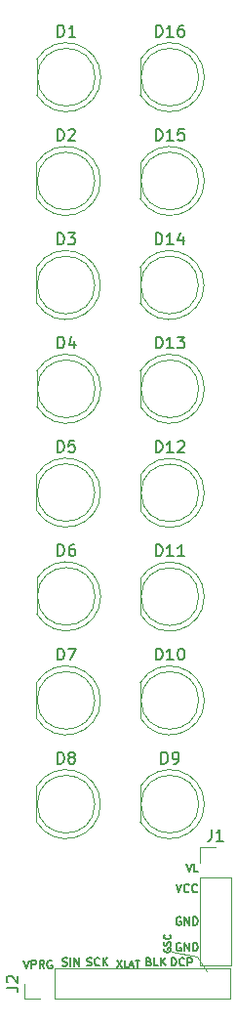
<source format=gto>
G04 #@! TF.GenerationSoftware,KiCad,Pcbnew,(5.1.6-0-10_14)*
G04 #@! TF.CreationDate,2020-06-29T16:32:02+02:00*
G04 #@! TF.ProjectId,excitation-pcb,65786369-7461-4746-996f-6e2d7063622e,rev?*
G04 #@! TF.SameCoordinates,Original*
G04 #@! TF.FileFunction,Legend,Top*
G04 #@! TF.FilePolarity,Positive*
%FSLAX46Y46*%
G04 Gerber Fmt 4.6, Leading zero omitted, Abs format (unit mm)*
G04 Created by KiCad (PCBNEW (5.1.6-0-10_14)) date 2020-06-29 16:32:02*
%MOMM*%
%LPD*%
G01*
G04 APERTURE LIST*
%ADD10C,0.120000*%
%ADD11C,0.175000*%
%ADD12C,0.150000*%
G04 APERTURE END LIST*
D10*
X98171000Y-142582900D02*
X98996500Y-143840200D01*
X95923100Y-142189200D02*
X98171000Y-142582900D01*
D11*
X83095466Y-142923466D02*
X83328800Y-143623466D01*
X83562133Y-142923466D01*
X83795466Y-143623466D02*
X83795466Y-142923466D01*
X84062133Y-142923466D01*
X84128800Y-142956800D01*
X84162133Y-142990133D01*
X84195466Y-143056800D01*
X84195466Y-143156800D01*
X84162133Y-143223466D01*
X84128800Y-143256800D01*
X84062133Y-143290133D01*
X83795466Y-143290133D01*
X84895466Y-143623466D02*
X84662133Y-143290133D01*
X84495466Y-143623466D02*
X84495466Y-142923466D01*
X84762133Y-142923466D01*
X84828800Y-142956800D01*
X84862133Y-142990133D01*
X84895466Y-143056800D01*
X84895466Y-143156800D01*
X84862133Y-143223466D01*
X84828800Y-143256800D01*
X84762133Y-143290133D01*
X84495466Y-143290133D01*
X85562133Y-142956800D02*
X85495466Y-142923466D01*
X85395466Y-142923466D01*
X85295466Y-142956800D01*
X85228800Y-143023466D01*
X85195466Y-143090133D01*
X85162133Y-143223466D01*
X85162133Y-143323466D01*
X85195466Y-143456800D01*
X85228800Y-143523466D01*
X85295466Y-143590133D01*
X85395466Y-143623466D01*
X85462133Y-143623466D01*
X85562133Y-143590133D01*
X85595466Y-143556800D01*
X85595466Y-143323466D01*
X85462133Y-143323466D01*
X86490266Y-143374233D02*
X86590266Y-143407566D01*
X86756933Y-143407566D01*
X86823600Y-143374233D01*
X86856933Y-143340900D01*
X86890266Y-143274233D01*
X86890266Y-143207566D01*
X86856933Y-143140900D01*
X86823600Y-143107566D01*
X86756933Y-143074233D01*
X86623600Y-143040900D01*
X86556933Y-143007566D01*
X86523600Y-142974233D01*
X86490266Y-142907566D01*
X86490266Y-142840900D01*
X86523600Y-142774233D01*
X86556933Y-142740900D01*
X86623600Y-142707566D01*
X86790266Y-142707566D01*
X86890266Y-142740900D01*
X87190266Y-143407566D02*
X87190266Y-142707566D01*
X87523600Y-143407566D02*
X87523600Y-142707566D01*
X87923600Y-143407566D01*
X87923600Y-142707566D01*
X88596900Y-143361533D02*
X88696900Y-143394866D01*
X88863566Y-143394866D01*
X88930233Y-143361533D01*
X88963566Y-143328200D01*
X88996900Y-143261533D01*
X88996900Y-143194866D01*
X88963566Y-143128200D01*
X88930233Y-143094866D01*
X88863566Y-143061533D01*
X88730233Y-143028200D01*
X88663566Y-142994866D01*
X88630233Y-142961533D01*
X88596900Y-142894866D01*
X88596900Y-142828200D01*
X88630233Y-142761533D01*
X88663566Y-142728200D01*
X88730233Y-142694866D01*
X88896900Y-142694866D01*
X88996900Y-142728200D01*
X89696900Y-143328200D02*
X89663566Y-143361533D01*
X89563566Y-143394866D01*
X89496900Y-143394866D01*
X89396900Y-143361533D01*
X89330233Y-143294866D01*
X89296900Y-143228200D01*
X89263566Y-143094866D01*
X89263566Y-142994866D01*
X89296900Y-142861533D01*
X89330233Y-142794866D01*
X89396900Y-142728200D01*
X89496900Y-142694866D01*
X89563566Y-142694866D01*
X89663566Y-142728200D01*
X89696900Y-142761533D01*
X89996900Y-143394866D02*
X89996900Y-142694866D01*
X90396900Y-143394866D02*
X90096900Y-142994866D01*
X90396900Y-142694866D02*
X89996900Y-143094866D01*
D12*
X91248028Y-142902028D02*
X91648028Y-143502028D01*
X91648028Y-142902028D02*
X91248028Y-143502028D01*
X92162314Y-143502028D02*
X91876600Y-143502028D01*
X91876600Y-142902028D01*
X92333742Y-143330600D02*
X92619457Y-143330600D01*
X92276600Y-143502028D02*
X92476600Y-142902028D01*
X92676600Y-143502028D01*
X92790885Y-142902028D02*
X93133742Y-142902028D01*
X92962314Y-143502028D02*
X92962314Y-142902028D01*
D11*
X93980866Y-143028200D02*
X94080866Y-143061533D01*
X94114200Y-143094866D01*
X94147533Y-143161533D01*
X94147533Y-143261533D01*
X94114200Y-143328200D01*
X94080866Y-143361533D01*
X94014200Y-143394866D01*
X93747533Y-143394866D01*
X93747533Y-142694866D01*
X93980866Y-142694866D01*
X94047533Y-142728200D01*
X94080866Y-142761533D01*
X94114200Y-142828200D01*
X94114200Y-142894866D01*
X94080866Y-142961533D01*
X94047533Y-142994866D01*
X93980866Y-143028200D01*
X93747533Y-143028200D01*
X94780866Y-143394866D02*
X94447533Y-143394866D01*
X94447533Y-142694866D01*
X95014200Y-143394866D02*
X95014200Y-142694866D01*
X95414200Y-143394866D02*
X95114200Y-142994866D01*
X95414200Y-142694866D02*
X95014200Y-143094866D01*
X95954166Y-143394866D02*
X95954166Y-142694866D01*
X96120833Y-142694866D01*
X96220833Y-142728200D01*
X96287500Y-142794866D01*
X96320833Y-142861533D01*
X96354166Y-142994866D01*
X96354166Y-143094866D01*
X96320833Y-143228200D01*
X96287500Y-143294866D01*
X96220833Y-143361533D01*
X96120833Y-143394866D01*
X95954166Y-143394866D01*
X97054166Y-143328200D02*
X97020833Y-143361533D01*
X96920833Y-143394866D01*
X96854166Y-143394866D01*
X96754166Y-143361533D01*
X96687500Y-143294866D01*
X96654166Y-143228200D01*
X96620833Y-143094866D01*
X96620833Y-142994866D01*
X96654166Y-142861533D01*
X96687500Y-142794866D01*
X96754166Y-142728200D01*
X96854166Y-142694866D01*
X96920833Y-142694866D01*
X97020833Y-142728200D01*
X97054166Y-142761533D01*
X97354166Y-143394866D02*
X97354166Y-142694866D01*
X97620833Y-142694866D01*
X97687500Y-142728200D01*
X97720833Y-142761533D01*
X97754166Y-142828200D01*
X97754166Y-142928200D01*
X97720833Y-142994866D01*
X97687500Y-143028200D01*
X97620833Y-143061533D01*
X97354166Y-143061533D01*
D12*
X95318300Y-141893871D02*
X95289728Y-141951014D01*
X95289728Y-142036728D01*
X95318300Y-142122442D01*
X95375442Y-142179585D01*
X95432585Y-142208157D01*
X95546871Y-142236728D01*
X95632585Y-142236728D01*
X95746871Y-142208157D01*
X95804014Y-142179585D01*
X95861157Y-142122442D01*
X95889728Y-142036728D01*
X95889728Y-141979585D01*
X95861157Y-141893871D01*
X95832585Y-141865300D01*
X95632585Y-141865300D01*
X95632585Y-141979585D01*
X95861157Y-141636728D02*
X95889728Y-141551014D01*
X95889728Y-141408157D01*
X95861157Y-141351014D01*
X95832585Y-141322442D01*
X95775442Y-141293871D01*
X95718300Y-141293871D01*
X95661157Y-141322442D01*
X95632585Y-141351014D01*
X95604014Y-141408157D01*
X95575442Y-141522442D01*
X95546871Y-141579585D01*
X95518300Y-141608157D01*
X95461157Y-141636728D01*
X95404014Y-141636728D01*
X95346871Y-141608157D01*
X95318300Y-141579585D01*
X95289728Y-141522442D01*
X95289728Y-141379585D01*
X95318300Y-141293871D01*
X95832585Y-140693871D02*
X95861157Y-140722442D01*
X95889728Y-140808157D01*
X95889728Y-140865300D01*
X95861157Y-140951014D01*
X95804014Y-141008157D01*
X95746871Y-141036728D01*
X95632585Y-141065300D01*
X95546871Y-141065300D01*
X95432585Y-141036728D01*
X95375442Y-141008157D01*
X95318300Y-140951014D01*
X95289728Y-140865300D01*
X95289728Y-140808157D01*
X95318300Y-140722442D01*
X95346871Y-140693871D01*
D11*
X96761366Y-141445500D02*
X96694700Y-141412166D01*
X96594700Y-141412166D01*
X96494700Y-141445500D01*
X96428033Y-141512166D01*
X96394700Y-141578833D01*
X96361366Y-141712166D01*
X96361366Y-141812166D01*
X96394700Y-141945500D01*
X96428033Y-142012166D01*
X96494700Y-142078833D01*
X96594700Y-142112166D01*
X96661366Y-142112166D01*
X96761366Y-142078833D01*
X96794700Y-142045500D01*
X96794700Y-141812166D01*
X96661366Y-141812166D01*
X97094700Y-142112166D02*
X97094700Y-141412166D01*
X97494700Y-142112166D01*
X97494700Y-141412166D01*
X97828033Y-142112166D02*
X97828033Y-141412166D01*
X97994700Y-141412166D01*
X98094700Y-141445500D01*
X98161366Y-141512166D01*
X98194700Y-141578833D01*
X98228033Y-141712166D01*
X98228033Y-141812166D01*
X98194700Y-141945500D01*
X98161366Y-142012166D01*
X98094700Y-142078833D01*
X97994700Y-142112166D01*
X97828033Y-142112166D01*
X96761366Y-139197600D02*
X96694700Y-139164266D01*
X96594700Y-139164266D01*
X96494700Y-139197600D01*
X96428033Y-139264266D01*
X96394700Y-139330933D01*
X96361366Y-139464266D01*
X96361366Y-139564266D01*
X96394700Y-139697600D01*
X96428033Y-139764266D01*
X96494700Y-139830933D01*
X96594700Y-139864266D01*
X96661366Y-139864266D01*
X96761366Y-139830933D01*
X96794700Y-139797600D01*
X96794700Y-139564266D01*
X96661366Y-139564266D01*
X97094700Y-139864266D02*
X97094700Y-139164266D01*
X97494700Y-139864266D01*
X97494700Y-139164266D01*
X97828033Y-139864266D02*
X97828033Y-139164266D01*
X97994700Y-139164266D01*
X98094700Y-139197600D01*
X98161366Y-139264266D01*
X98194700Y-139330933D01*
X98228033Y-139464266D01*
X98228033Y-139564266D01*
X98194700Y-139697600D01*
X98161366Y-139764266D01*
X98094700Y-139830933D01*
X97994700Y-139864266D01*
X97828033Y-139864266D01*
X96361366Y-136319466D02*
X96594700Y-137019466D01*
X96828033Y-136319466D01*
X97461366Y-136952800D02*
X97428033Y-136986133D01*
X97328033Y-137019466D01*
X97261366Y-137019466D01*
X97161366Y-136986133D01*
X97094700Y-136919466D01*
X97061366Y-136852800D01*
X97028033Y-136719466D01*
X97028033Y-136619466D01*
X97061366Y-136486133D01*
X97094700Y-136419466D01*
X97161366Y-136352800D01*
X97261366Y-136319466D01*
X97328033Y-136319466D01*
X97428033Y-136352800D01*
X97461366Y-136386133D01*
X98161366Y-136952800D02*
X98128033Y-136986133D01*
X98028033Y-137019466D01*
X97961366Y-137019466D01*
X97861366Y-136986133D01*
X97794700Y-136919466D01*
X97761366Y-136852800D01*
X97728033Y-136719466D01*
X97728033Y-136619466D01*
X97761366Y-136486133D01*
X97794700Y-136419466D01*
X97861366Y-136352800D01*
X97961366Y-136319466D01*
X98028033Y-136319466D01*
X98128033Y-136352800D01*
X98161366Y-136386133D01*
X97247933Y-134541466D02*
X97481266Y-135241466D01*
X97714600Y-134541466D01*
X98281266Y-135241466D02*
X97947933Y-135241466D01*
X97947933Y-134541466D01*
D10*
X101075800Y-146262400D02*
X101075800Y-143602400D01*
X85775800Y-146262400D02*
X101075800Y-146262400D01*
X85775800Y-143602400D02*
X101075800Y-143602400D01*
X85775800Y-146262400D02*
X85775800Y-143602400D01*
X84505800Y-146262400D02*
X83175800Y-146262400D01*
X83175800Y-146262400D02*
X83175800Y-144932400D01*
X98441200Y-133112200D02*
X99771200Y-133112200D01*
X98441200Y-134442200D02*
X98441200Y-133112200D01*
X98441200Y-135712200D02*
X101101200Y-135712200D01*
X101101200Y-135712200D02*
X101101200Y-143392200D01*
X98441200Y-135712200D02*
X98441200Y-143392200D01*
X98441200Y-143392200D02*
X101101200Y-143392200D01*
X89317200Y-66395600D02*
G75*
G03*
X89317200Y-66395600I-2500000J0D01*
G01*
X84257200Y-64850600D02*
X84257200Y-67940600D01*
X89807200Y-66396062D02*
G75*
G03*
X84257200Y-64850770I-2990000J462D01*
G01*
X89807200Y-66395138D02*
G75*
G02*
X84257200Y-67940430I-2990000J-462D01*
G01*
X84231800Y-73842200D02*
X84231800Y-76932200D01*
X89291800Y-75387200D02*
G75*
G03*
X89291800Y-75387200I-2500000J0D01*
G01*
X89781800Y-75386738D02*
G75*
G02*
X84231800Y-76932030I-2990000J-462D01*
G01*
X89781800Y-75387662D02*
G75*
G03*
X84231800Y-73842370I-2990000J462D01*
G01*
X89291800Y-84404200D02*
G75*
G03*
X89291800Y-84404200I-2500000J0D01*
G01*
X84231800Y-82859200D02*
X84231800Y-85949200D01*
X89781800Y-84404662D02*
G75*
G03*
X84231800Y-82859370I-2990000J462D01*
G01*
X89781800Y-84403738D02*
G75*
G02*
X84231800Y-85949030I-2990000J-462D01*
G01*
X84257200Y-91850800D02*
X84257200Y-94940800D01*
X89317200Y-93395800D02*
G75*
G03*
X89317200Y-93395800I-2500000J0D01*
G01*
X89807200Y-93395338D02*
G75*
G02*
X84257200Y-94940630I-2990000J-462D01*
G01*
X89807200Y-93396262D02*
G75*
G03*
X84257200Y-91850970I-2990000J462D01*
G01*
X89291800Y-102387400D02*
G75*
G03*
X89291800Y-102387400I-2500000J0D01*
G01*
X84231800Y-100842400D02*
X84231800Y-103932400D01*
X89781800Y-102387862D02*
G75*
G03*
X84231800Y-100842570I-2990000J462D01*
G01*
X89781800Y-102386938D02*
G75*
G02*
X84231800Y-103932230I-2990000J-462D01*
G01*
X84257200Y-109834000D02*
X84257200Y-112924000D01*
X89317200Y-111379000D02*
G75*
G03*
X89317200Y-111379000I-2500000J0D01*
G01*
X89807200Y-111378538D02*
G75*
G02*
X84257200Y-112923830I-2990000J-462D01*
G01*
X89807200Y-111379462D02*
G75*
G03*
X84257200Y-109834170I-2990000J462D01*
G01*
X89291800Y-120396000D02*
G75*
G03*
X89291800Y-120396000I-2500000J0D01*
G01*
X84231800Y-118851000D02*
X84231800Y-121941000D01*
X89781800Y-120396462D02*
G75*
G03*
X84231800Y-118851170I-2990000J462D01*
G01*
X89781800Y-120395538D02*
G75*
G02*
X84231800Y-121940830I-2990000J-462D01*
G01*
X84231800Y-127842600D02*
X84231800Y-130932600D01*
X89291800Y-129387600D02*
G75*
G03*
X89291800Y-129387600I-2500000J0D01*
G01*
X89781800Y-129387138D02*
G75*
G02*
X84231800Y-130932430I-2990000J-462D01*
G01*
X89781800Y-129388062D02*
G75*
G03*
X84231800Y-127842770I-2990000J462D01*
G01*
X98308800Y-129387600D02*
G75*
G03*
X98308800Y-129387600I-2500000J0D01*
G01*
X93248800Y-127842600D02*
X93248800Y-130932600D01*
X98798800Y-129388062D02*
G75*
G03*
X93248800Y-127842770I-2990000J462D01*
G01*
X98798800Y-129387138D02*
G75*
G02*
X93248800Y-130932430I-2990000J-462D01*
G01*
X93248800Y-118851000D02*
X93248800Y-121941000D01*
X98308800Y-120396000D02*
G75*
G03*
X98308800Y-120396000I-2500000J0D01*
G01*
X98798800Y-120395538D02*
G75*
G02*
X93248800Y-121940830I-2990000J-462D01*
G01*
X98798800Y-120396462D02*
G75*
G03*
X93248800Y-118851170I-2990000J462D01*
G01*
X98308800Y-111404400D02*
G75*
G03*
X98308800Y-111404400I-2500000J0D01*
G01*
X93248800Y-109859400D02*
X93248800Y-112949400D01*
X98798800Y-111404862D02*
G75*
G03*
X93248800Y-109859570I-2990000J462D01*
G01*
X98798800Y-111403938D02*
G75*
G02*
X93248800Y-112949230I-2990000J-462D01*
G01*
X93248800Y-100867800D02*
X93248800Y-103957800D01*
X98308800Y-102412800D02*
G75*
G03*
X98308800Y-102412800I-2500000J0D01*
G01*
X98798800Y-102412338D02*
G75*
G02*
X93248800Y-103957630I-2990000J-462D01*
G01*
X98798800Y-102413262D02*
G75*
G03*
X93248800Y-100867970I-2990000J462D01*
G01*
X98308800Y-93395800D02*
G75*
G03*
X98308800Y-93395800I-2500000J0D01*
G01*
X93248800Y-91850800D02*
X93248800Y-94940800D01*
X98798800Y-93396262D02*
G75*
G03*
X93248800Y-91850970I-2990000J462D01*
G01*
X98798800Y-93395338D02*
G75*
G02*
X93248800Y-94940630I-2990000J-462D01*
G01*
X93223400Y-82859200D02*
X93223400Y-85949200D01*
X98283400Y-84404200D02*
G75*
G03*
X98283400Y-84404200I-2500000J0D01*
G01*
X98773400Y-84403738D02*
G75*
G02*
X93223400Y-85949030I-2990000J-462D01*
G01*
X98773400Y-84404662D02*
G75*
G03*
X93223400Y-82859370I-2990000J462D01*
G01*
X98308800Y-75387200D02*
G75*
G03*
X98308800Y-75387200I-2500000J0D01*
G01*
X93248800Y-73842200D02*
X93248800Y-76932200D01*
X98798800Y-75387662D02*
G75*
G03*
X93248800Y-73842370I-2990000J462D01*
G01*
X98798800Y-75386738D02*
G75*
G02*
X93248800Y-76932030I-2990000J-462D01*
G01*
X93248800Y-64850600D02*
X93248800Y-67940600D01*
X98308800Y-66395600D02*
G75*
G03*
X98308800Y-66395600I-2500000J0D01*
G01*
X98798800Y-66395138D02*
G75*
G02*
X93248800Y-67940430I-2990000J-462D01*
G01*
X98798800Y-66396062D02*
G75*
G03*
X93248800Y-64850770I-2990000J462D01*
G01*
D12*
X81628180Y-145265733D02*
X82342466Y-145265733D01*
X82485323Y-145313352D01*
X82580561Y-145408590D01*
X82628180Y-145551447D01*
X82628180Y-145646685D01*
X81723419Y-144837161D02*
X81675800Y-144789542D01*
X81628180Y-144694304D01*
X81628180Y-144456209D01*
X81675800Y-144360971D01*
X81723419Y-144313352D01*
X81818657Y-144265733D01*
X81913895Y-144265733D01*
X82056752Y-144313352D01*
X82628180Y-144884780D01*
X82628180Y-144265733D01*
X99437866Y-131564580D02*
X99437866Y-132278866D01*
X99390247Y-132421723D01*
X99295009Y-132516961D01*
X99152152Y-132564580D01*
X99056914Y-132564580D01*
X100437866Y-132564580D02*
X99866438Y-132564580D01*
X100152152Y-132564580D02*
X100152152Y-131564580D01*
X100056914Y-131707438D01*
X99961676Y-131802676D01*
X99866438Y-131850295D01*
X86079104Y-62887980D02*
X86079104Y-61887980D01*
X86317200Y-61887980D01*
X86460057Y-61935600D01*
X86555295Y-62030838D01*
X86602914Y-62126076D01*
X86650533Y-62316552D01*
X86650533Y-62459409D01*
X86602914Y-62649885D01*
X86555295Y-62745123D01*
X86460057Y-62840361D01*
X86317200Y-62887980D01*
X86079104Y-62887980D01*
X87602914Y-62887980D02*
X87031485Y-62887980D01*
X87317200Y-62887980D02*
X87317200Y-61887980D01*
X87221961Y-62030838D01*
X87126723Y-62126076D01*
X87031485Y-62173695D01*
X86053704Y-71879580D02*
X86053704Y-70879580D01*
X86291800Y-70879580D01*
X86434657Y-70927200D01*
X86529895Y-71022438D01*
X86577514Y-71117676D01*
X86625133Y-71308152D01*
X86625133Y-71451009D01*
X86577514Y-71641485D01*
X86529895Y-71736723D01*
X86434657Y-71831961D01*
X86291800Y-71879580D01*
X86053704Y-71879580D01*
X87006085Y-70974819D02*
X87053704Y-70927200D01*
X87148942Y-70879580D01*
X87387038Y-70879580D01*
X87482276Y-70927200D01*
X87529895Y-70974819D01*
X87577514Y-71070057D01*
X87577514Y-71165295D01*
X87529895Y-71308152D01*
X86958466Y-71879580D01*
X87577514Y-71879580D01*
X86053704Y-80896580D02*
X86053704Y-79896580D01*
X86291800Y-79896580D01*
X86434657Y-79944200D01*
X86529895Y-80039438D01*
X86577514Y-80134676D01*
X86625133Y-80325152D01*
X86625133Y-80468009D01*
X86577514Y-80658485D01*
X86529895Y-80753723D01*
X86434657Y-80848961D01*
X86291800Y-80896580D01*
X86053704Y-80896580D01*
X86958466Y-79896580D02*
X87577514Y-79896580D01*
X87244180Y-80277533D01*
X87387038Y-80277533D01*
X87482276Y-80325152D01*
X87529895Y-80372771D01*
X87577514Y-80468009D01*
X87577514Y-80706104D01*
X87529895Y-80801342D01*
X87482276Y-80848961D01*
X87387038Y-80896580D01*
X87101323Y-80896580D01*
X87006085Y-80848961D01*
X86958466Y-80801342D01*
X86079104Y-89888180D02*
X86079104Y-88888180D01*
X86317200Y-88888180D01*
X86460057Y-88935800D01*
X86555295Y-89031038D01*
X86602914Y-89126276D01*
X86650533Y-89316752D01*
X86650533Y-89459609D01*
X86602914Y-89650085D01*
X86555295Y-89745323D01*
X86460057Y-89840561D01*
X86317200Y-89888180D01*
X86079104Y-89888180D01*
X87507676Y-89221514D02*
X87507676Y-89888180D01*
X87269580Y-88840561D02*
X87031485Y-89554847D01*
X87650533Y-89554847D01*
X86053704Y-98879780D02*
X86053704Y-97879780D01*
X86291800Y-97879780D01*
X86434657Y-97927400D01*
X86529895Y-98022638D01*
X86577514Y-98117876D01*
X86625133Y-98308352D01*
X86625133Y-98451209D01*
X86577514Y-98641685D01*
X86529895Y-98736923D01*
X86434657Y-98832161D01*
X86291800Y-98879780D01*
X86053704Y-98879780D01*
X87529895Y-97879780D02*
X87053704Y-97879780D01*
X87006085Y-98355971D01*
X87053704Y-98308352D01*
X87148942Y-98260733D01*
X87387038Y-98260733D01*
X87482276Y-98308352D01*
X87529895Y-98355971D01*
X87577514Y-98451209D01*
X87577514Y-98689304D01*
X87529895Y-98784542D01*
X87482276Y-98832161D01*
X87387038Y-98879780D01*
X87148942Y-98879780D01*
X87053704Y-98832161D01*
X87006085Y-98784542D01*
X86079104Y-107871380D02*
X86079104Y-106871380D01*
X86317200Y-106871380D01*
X86460057Y-106919000D01*
X86555295Y-107014238D01*
X86602914Y-107109476D01*
X86650533Y-107299952D01*
X86650533Y-107442809D01*
X86602914Y-107633285D01*
X86555295Y-107728523D01*
X86460057Y-107823761D01*
X86317200Y-107871380D01*
X86079104Y-107871380D01*
X87507676Y-106871380D02*
X87317200Y-106871380D01*
X87221961Y-106919000D01*
X87174342Y-106966619D01*
X87079104Y-107109476D01*
X87031485Y-107299952D01*
X87031485Y-107680904D01*
X87079104Y-107776142D01*
X87126723Y-107823761D01*
X87221961Y-107871380D01*
X87412438Y-107871380D01*
X87507676Y-107823761D01*
X87555295Y-107776142D01*
X87602914Y-107680904D01*
X87602914Y-107442809D01*
X87555295Y-107347571D01*
X87507676Y-107299952D01*
X87412438Y-107252333D01*
X87221961Y-107252333D01*
X87126723Y-107299952D01*
X87079104Y-107347571D01*
X87031485Y-107442809D01*
X86053704Y-116888380D02*
X86053704Y-115888380D01*
X86291800Y-115888380D01*
X86434657Y-115936000D01*
X86529895Y-116031238D01*
X86577514Y-116126476D01*
X86625133Y-116316952D01*
X86625133Y-116459809D01*
X86577514Y-116650285D01*
X86529895Y-116745523D01*
X86434657Y-116840761D01*
X86291800Y-116888380D01*
X86053704Y-116888380D01*
X86958466Y-115888380D02*
X87625133Y-115888380D01*
X87196561Y-116888380D01*
X86053704Y-125879980D02*
X86053704Y-124879980D01*
X86291800Y-124879980D01*
X86434657Y-124927600D01*
X86529895Y-125022838D01*
X86577514Y-125118076D01*
X86625133Y-125308552D01*
X86625133Y-125451409D01*
X86577514Y-125641885D01*
X86529895Y-125737123D01*
X86434657Y-125832361D01*
X86291800Y-125879980D01*
X86053704Y-125879980D01*
X87196561Y-125308552D02*
X87101323Y-125260933D01*
X87053704Y-125213314D01*
X87006085Y-125118076D01*
X87006085Y-125070457D01*
X87053704Y-124975219D01*
X87101323Y-124927600D01*
X87196561Y-124879980D01*
X87387038Y-124879980D01*
X87482276Y-124927600D01*
X87529895Y-124975219D01*
X87577514Y-125070457D01*
X87577514Y-125118076D01*
X87529895Y-125213314D01*
X87482276Y-125260933D01*
X87387038Y-125308552D01*
X87196561Y-125308552D01*
X87101323Y-125356171D01*
X87053704Y-125403790D01*
X87006085Y-125499028D01*
X87006085Y-125689504D01*
X87053704Y-125784742D01*
X87101323Y-125832361D01*
X87196561Y-125879980D01*
X87387038Y-125879980D01*
X87482276Y-125832361D01*
X87529895Y-125784742D01*
X87577514Y-125689504D01*
X87577514Y-125499028D01*
X87529895Y-125403790D01*
X87482276Y-125356171D01*
X87387038Y-125308552D01*
X95070704Y-125879980D02*
X95070704Y-124879980D01*
X95308800Y-124879980D01*
X95451657Y-124927600D01*
X95546895Y-125022838D01*
X95594514Y-125118076D01*
X95642133Y-125308552D01*
X95642133Y-125451409D01*
X95594514Y-125641885D01*
X95546895Y-125737123D01*
X95451657Y-125832361D01*
X95308800Y-125879980D01*
X95070704Y-125879980D01*
X96118323Y-125879980D02*
X96308800Y-125879980D01*
X96404038Y-125832361D01*
X96451657Y-125784742D01*
X96546895Y-125641885D01*
X96594514Y-125451409D01*
X96594514Y-125070457D01*
X96546895Y-124975219D01*
X96499276Y-124927600D01*
X96404038Y-124879980D01*
X96213561Y-124879980D01*
X96118323Y-124927600D01*
X96070704Y-124975219D01*
X96023085Y-125070457D01*
X96023085Y-125308552D01*
X96070704Y-125403790D01*
X96118323Y-125451409D01*
X96213561Y-125499028D01*
X96404038Y-125499028D01*
X96499276Y-125451409D01*
X96546895Y-125403790D01*
X96594514Y-125308552D01*
X94594514Y-116888380D02*
X94594514Y-115888380D01*
X94832609Y-115888380D01*
X94975466Y-115936000D01*
X95070704Y-116031238D01*
X95118323Y-116126476D01*
X95165942Y-116316952D01*
X95165942Y-116459809D01*
X95118323Y-116650285D01*
X95070704Y-116745523D01*
X94975466Y-116840761D01*
X94832609Y-116888380D01*
X94594514Y-116888380D01*
X96118323Y-116888380D02*
X95546895Y-116888380D01*
X95832609Y-116888380D02*
X95832609Y-115888380D01*
X95737371Y-116031238D01*
X95642133Y-116126476D01*
X95546895Y-116174095D01*
X96737371Y-115888380D02*
X96832609Y-115888380D01*
X96927847Y-115936000D01*
X96975466Y-115983619D01*
X97023085Y-116078857D01*
X97070704Y-116269333D01*
X97070704Y-116507428D01*
X97023085Y-116697904D01*
X96975466Y-116793142D01*
X96927847Y-116840761D01*
X96832609Y-116888380D01*
X96737371Y-116888380D01*
X96642133Y-116840761D01*
X96594514Y-116793142D01*
X96546895Y-116697904D01*
X96499276Y-116507428D01*
X96499276Y-116269333D01*
X96546895Y-116078857D01*
X96594514Y-115983619D01*
X96642133Y-115936000D01*
X96737371Y-115888380D01*
X94594514Y-107896780D02*
X94594514Y-106896780D01*
X94832609Y-106896780D01*
X94975466Y-106944400D01*
X95070704Y-107039638D01*
X95118323Y-107134876D01*
X95165942Y-107325352D01*
X95165942Y-107468209D01*
X95118323Y-107658685D01*
X95070704Y-107753923D01*
X94975466Y-107849161D01*
X94832609Y-107896780D01*
X94594514Y-107896780D01*
X96118323Y-107896780D02*
X95546895Y-107896780D01*
X95832609Y-107896780D02*
X95832609Y-106896780D01*
X95737371Y-107039638D01*
X95642133Y-107134876D01*
X95546895Y-107182495D01*
X97070704Y-107896780D02*
X96499276Y-107896780D01*
X96784990Y-107896780D02*
X96784990Y-106896780D01*
X96689752Y-107039638D01*
X96594514Y-107134876D01*
X96499276Y-107182495D01*
X94594514Y-98905180D02*
X94594514Y-97905180D01*
X94832609Y-97905180D01*
X94975466Y-97952800D01*
X95070704Y-98048038D01*
X95118323Y-98143276D01*
X95165942Y-98333752D01*
X95165942Y-98476609D01*
X95118323Y-98667085D01*
X95070704Y-98762323D01*
X94975466Y-98857561D01*
X94832609Y-98905180D01*
X94594514Y-98905180D01*
X96118323Y-98905180D02*
X95546895Y-98905180D01*
X95832609Y-98905180D02*
X95832609Y-97905180D01*
X95737371Y-98048038D01*
X95642133Y-98143276D01*
X95546895Y-98190895D01*
X96499276Y-98000419D02*
X96546895Y-97952800D01*
X96642133Y-97905180D01*
X96880228Y-97905180D01*
X96975466Y-97952800D01*
X97023085Y-98000419D01*
X97070704Y-98095657D01*
X97070704Y-98190895D01*
X97023085Y-98333752D01*
X96451657Y-98905180D01*
X97070704Y-98905180D01*
X94594514Y-89888180D02*
X94594514Y-88888180D01*
X94832609Y-88888180D01*
X94975466Y-88935800D01*
X95070704Y-89031038D01*
X95118323Y-89126276D01*
X95165942Y-89316752D01*
X95165942Y-89459609D01*
X95118323Y-89650085D01*
X95070704Y-89745323D01*
X94975466Y-89840561D01*
X94832609Y-89888180D01*
X94594514Y-89888180D01*
X96118323Y-89888180D02*
X95546895Y-89888180D01*
X95832609Y-89888180D02*
X95832609Y-88888180D01*
X95737371Y-89031038D01*
X95642133Y-89126276D01*
X95546895Y-89173895D01*
X96451657Y-88888180D02*
X97070704Y-88888180D01*
X96737371Y-89269133D01*
X96880228Y-89269133D01*
X96975466Y-89316752D01*
X97023085Y-89364371D01*
X97070704Y-89459609D01*
X97070704Y-89697704D01*
X97023085Y-89792942D01*
X96975466Y-89840561D01*
X96880228Y-89888180D01*
X96594514Y-89888180D01*
X96499276Y-89840561D01*
X96451657Y-89792942D01*
X94569114Y-80896580D02*
X94569114Y-79896580D01*
X94807209Y-79896580D01*
X94950066Y-79944200D01*
X95045304Y-80039438D01*
X95092923Y-80134676D01*
X95140542Y-80325152D01*
X95140542Y-80468009D01*
X95092923Y-80658485D01*
X95045304Y-80753723D01*
X94950066Y-80848961D01*
X94807209Y-80896580D01*
X94569114Y-80896580D01*
X96092923Y-80896580D02*
X95521495Y-80896580D01*
X95807209Y-80896580D02*
X95807209Y-79896580D01*
X95711971Y-80039438D01*
X95616733Y-80134676D01*
X95521495Y-80182295D01*
X96950066Y-80229914D02*
X96950066Y-80896580D01*
X96711971Y-79848961D02*
X96473876Y-80563247D01*
X97092923Y-80563247D01*
X94594514Y-71879580D02*
X94594514Y-70879580D01*
X94832609Y-70879580D01*
X94975466Y-70927200D01*
X95070704Y-71022438D01*
X95118323Y-71117676D01*
X95165942Y-71308152D01*
X95165942Y-71451009D01*
X95118323Y-71641485D01*
X95070704Y-71736723D01*
X94975466Y-71831961D01*
X94832609Y-71879580D01*
X94594514Y-71879580D01*
X96118323Y-71879580D02*
X95546895Y-71879580D01*
X95832609Y-71879580D02*
X95832609Y-70879580D01*
X95737371Y-71022438D01*
X95642133Y-71117676D01*
X95546895Y-71165295D01*
X97023085Y-70879580D02*
X96546895Y-70879580D01*
X96499276Y-71355771D01*
X96546895Y-71308152D01*
X96642133Y-71260533D01*
X96880228Y-71260533D01*
X96975466Y-71308152D01*
X97023085Y-71355771D01*
X97070704Y-71451009D01*
X97070704Y-71689104D01*
X97023085Y-71784342D01*
X96975466Y-71831961D01*
X96880228Y-71879580D01*
X96642133Y-71879580D01*
X96546895Y-71831961D01*
X96499276Y-71784342D01*
X94594514Y-62887980D02*
X94594514Y-61887980D01*
X94832609Y-61887980D01*
X94975466Y-61935600D01*
X95070704Y-62030838D01*
X95118323Y-62126076D01*
X95165942Y-62316552D01*
X95165942Y-62459409D01*
X95118323Y-62649885D01*
X95070704Y-62745123D01*
X94975466Y-62840361D01*
X94832609Y-62887980D01*
X94594514Y-62887980D01*
X96118323Y-62887980D02*
X95546895Y-62887980D01*
X95832609Y-62887980D02*
X95832609Y-61887980D01*
X95737371Y-62030838D01*
X95642133Y-62126076D01*
X95546895Y-62173695D01*
X96975466Y-61887980D02*
X96784990Y-61887980D01*
X96689752Y-61935600D01*
X96642133Y-61983219D01*
X96546895Y-62126076D01*
X96499276Y-62316552D01*
X96499276Y-62697504D01*
X96546895Y-62792742D01*
X96594514Y-62840361D01*
X96689752Y-62887980D01*
X96880228Y-62887980D01*
X96975466Y-62840361D01*
X97023085Y-62792742D01*
X97070704Y-62697504D01*
X97070704Y-62459409D01*
X97023085Y-62364171D01*
X96975466Y-62316552D01*
X96880228Y-62268933D01*
X96689752Y-62268933D01*
X96594514Y-62316552D01*
X96546895Y-62364171D01*
X96499276Y-62459409D01*
M02*

</source>
